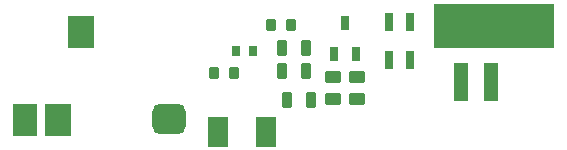
<source format=gtp>
G04*
G04 #@! TF.GenerationSoftware,Altium Limited,Altium Designer,21.9.1 (22)*
G04*
G04 Layer_Color=8421504*
%FSLAX25Y25*%
%MOIN*%
G70*
G04*
G04 #@! TF.SameCoordinates,F23F8E4B-2793-4E4E-BA0B-7ABB5D69BE03*
G04*
G04*
G04 #@! TF.FilePolarity,Positive*
G04*
G01*
G75*
G04:AMPARAMS|DCode=18|XSize=55.12mil|YSize=39.37mil|CornerRadius=4.92mil|HoleSize=0mil|Usage=FLASHONLY|Rotation=180.000|XOffset=0mil|YOffset=0mil|HoleType=Round|Shape=RoundedRectangle|*
%AMROUNDEDRECTD18*
21,1,0.05512,0.02953,0,0,180.0*
21,1,0.04528,0.03937,0,0,180.0*
1,1,0.00984,-0.02264,0.01476*
1,1,0.00984,0.02264,0.01476*
1,1,0.00984,0.02264,-0.01476*
1,1,0.00984,-0.02264,-0.01476*
%
%ADD18ROUNDEDRECTD18*%
%ADD19R,0.08661X0.11024*%
G04:AMPARAMS|DCode=20|XSize=110.24mil|YSize=102.36mil|CornerRadius=25.59mil|HoleSize=0mil|Usage=FLASHONLY|Rotation=180.000|XOffset=0mil|YOffset=0mil|HoleType=Round|Shape=RoundedRectangle|*
%AMROUNDEDRECTD20*
21,1,0.11024,0.05118,0,0,180.0*
21,1,0.05906,0.10236,0,0,180.0*
1,1,0.05118,-0.02953,0.02559*
1,1,0.05118,0.02953,0.02559*
1,1,0.05118,0.02953,-0.02559*
1,1,0.05118,-0.02953,-0.02559*
%
%ADD20ROUNDEDRECTD20*%
%ADD21R,0.07874X0.11024*%
%ADD22R,0.40000X0.15000*%
%ADD23R,0.05000X0.12520*%
G04:AMPARAMS|DCode=24|XSize=51.18mil|YSize=31.5mil|CornerRadius=3.94mil|HoleSize=0mil|Usage=FLASHONLY|Rotation=90.000|XOffset=0mil|YOffset=0mil|HoleType=Round|Shape=RoundedRectangle|*
%AMROUNDEDRECTD24*
21,1,0.05118,0.02362,0,0,90.0*
21,1,0.04331,0.03150,0,0,90.0*
1,1,0.00787,0.01181,0.02165*
1,1,0.00787,0.01181,-0.02165*
1,1,0.00787,-0.01181,-0.02165*
1,1,0.00787,-0.01181,0.02165*
%
%ADD24ROUNDEDRECTD24*%
%ADD25R,0.03150X0.05906*%
%ADD26R,0.02559X0.04724*%
G04:AMPARAMS|DCode=27|XSize=39.37mil|YSize=35.43mil|CornerRadius=4.43mil|HoleSize=0mil|Usage=FLASHONLY|Rotation=90.000|XOffset=0mil|YOffset=0mil|HoleType=Round|Shape=RoundedRectangle|*
%AMROUNDEDRECTD27*
21,1,0.03937,0.02657,0,0,90.0*
21,1,0.03051,0.03543,0,0,90.0*
1,1,0.00886,0.01329,0.01526*
1,1,0.00886,0.01329,-0.01526*
1,1,0.00886,-0.01329,-0.01526*
1,1,0.00886,-0.01329,0.01526*
%
%ADD27ROUNDEDRECTD27*%
%ADD28R,0.02953X0.03740*%
%ADD29R,0.06693X0.09843*%
D18*
X220079Y135433D02*
D03*
Y128347D02*
D03*
X212205D02*
D03*
Y135433D02*
D03*
D19*
X120669Y121260D02*
D03*
X128150Y150394D02*
D03*
D20*
X157677Y121653D02*
D03*
D21*
X109646Y121260D02*
D03*
D22*
X265748Y152575D02*
D03*
D23*
X264843Y133858D02*
D03*
X254842D02*
D03*
D24*
X203150Y145276D02*
D03*
X195276D02*
D03*
X203150Y137402D02*
D03*
X195276D02*
D03*
X204724Y127953D02*
D03*
X196850D02*
D03*
D25*
X230768Y141339D02*
D03*
Y153937D02*
D03*
X237736D02*
D03*
Y141339D02*
D03*
D26*
X212402Y143307D02*
D03*
X219882D02*
D03*
X216142Y153543D02*
D03*
D27*
X198346Y153000D02*
D03*
X191654D02*
D03*
X179331Y137008D02*
D03*
X172638D02*
D03*
D28*
X185433Y144095D02*
D03*
X179921D02*
D03*
D29*
X174016Y117323D02*
D03*
X189764D02*
D03*
M02*

</source>
